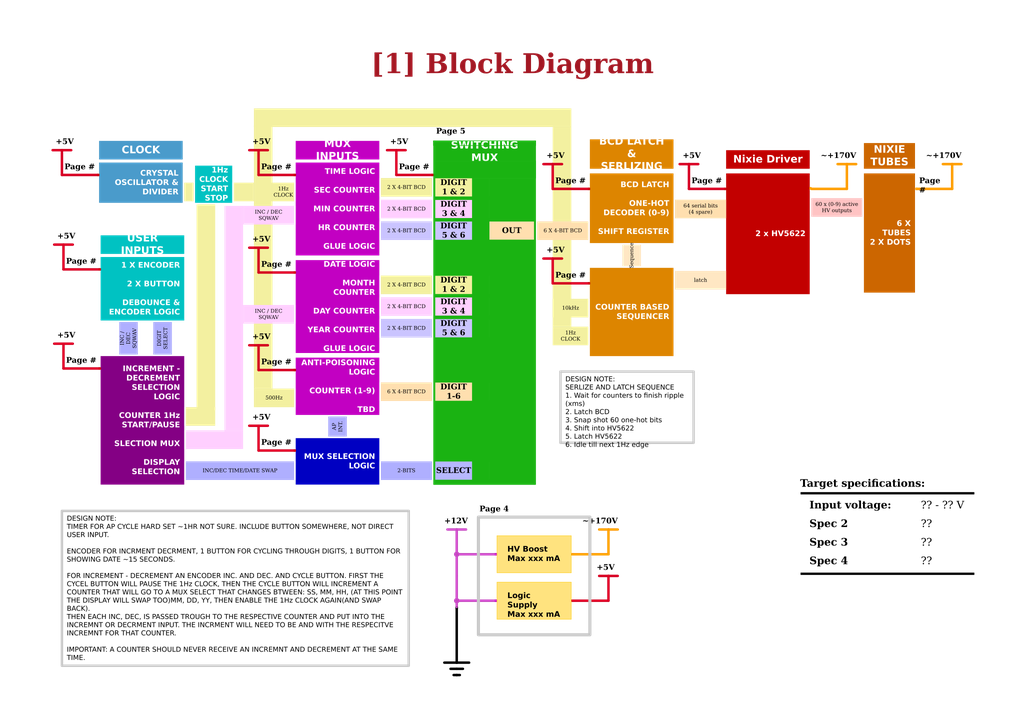
<source format=kicad_sch>
(kicad_sch
	(version 20250114)
	(generator "eeschema")
	(generator_version "9.0")
	(uuid "d4440dba-022e-49b2-97f2-6fc1871c7304")
	(paper "A3")
	(title_block
		(title "Block Diagram")
		(date "2025-01-12")
		(rev "${REVISION}")
		(company "${COMPANY}")
	)
	(lib_symbols)
	(rectangle
		(start 241.3 77.089)
		(end 241.935 77.851)
		(stroke
			(width 0.25)
			(type solid)
			(color 194 0 0 1)
		)
		(fill
			(type color)
			(color 194 0 0 1)
		)
		(uuid 06a90da7-9a86-4843-9c8a-d187caf814ab)
	)
	(rectangle
		(start 234.442 226.949)
		(end 235.077 227.711)
		(stroke
			(width 0.25)
			(type solid)
			(color 255 153 0 1)
		)
		(fill
			(type color)
			(color 255 153 0 1)
		)
		(uuid 12a8f300-c059-4689-9da2-e775c9b7b222)
	)
	(rectangle
		(start 200.66 98.425)
		(end 219.075 197.485)
		(stroke
			(width 0)
			(type default)
			(color 26 179 18 1)
		)
		(fill
			(type color)
			(color 26 179 18 1)
		)
		(uuid 184d4c8d-69e2-411d-8aa5-786395eeddab)
	)
	(rectangle
		(start 177.8 57.785)
		(end 219.71 59.69)
		(stroke
			(width 0.254)
			(type default)
			(color 26 179 18 1)
		)
		(fill
			(type color)
			(color 26 179 18 1)
		)
		(uuid 1c38ab9f-78ac-4525-a905-692b68e0d7be)
	)
	(rectangle
		(start 40.64 110.109)
		(end 41.275 110.871)
		(stroke
			(width 0.25)
			(type solid)
			(color 194 0 0 1)
		)
		(fill
			(type color)
			(color 194 0 0 1)
		)
		(uuid 1ce6bc3d-6cf6-426b-aac5-6f63634d0420)
	)
	(rectangle
		(start 332.105 76.835)
		(end 332.74 77.597)
		(stroke
			(width 0.25)
			(type solid)
			(color 255 153 0 1)
		)
		(fill
			(type color)
			(color 255 153 0 1)
		)
		(uuid 273dad30-1f13-4382-9856-ea5127a4a64b)
	)
	(rectangle
		(start 178.435 98.425)
		(end 219.075 113.03)
		(stroke
			(width 0)
			(type default)
			(color 26 179 18 1)
		)
		(fill
			(type color)
			(color 26 179 18 1)
		)
		(uuid 33939e83-1742-40c8-b78d-5af3b914ab31)
	)
	(rectangle
		(start 219.075 57.785)
		(end 219.71 198.755)
		(stroke
			(width 0)
			(type default)
			(color 26 179 18 1)
		)
		(fill
			(type color)
			(color 26 179 18 1)
		)
		(uuid 43ad7506-e0d7-49b6-972c-517451df1dd9)
	)
	(rectangle
		(start 375.539 77.089)
		(end 376.174 77.851)
		(stroke
			(width 0.25)
			(type solid)
			(color 255 153 0 1)
		)
		(fill
			(type color)
			(color 255 153 0 1)
		)
		(uuid 49525ec1-2318-41c7-a6bd-e2903afe6d39)
	)
	(rectangle
		(start 203.073 226.949)
		(end 203.708 227.711)
		(stroke
			(width 0.25)
			(type solid)
			(color 194 0 194 1)
		)
		(fill
			(type color)
			(color 194 0 194 1)
		)
		(uuid 4c6cb9bc-6ebc-49a3-893d-9406d03eb74b)
	)
	(rectangle
		(start 178.435 164.465)
		(end 219.075 189.23)
		(stroke
			(width 0)
			(type default)
			(color 26 179 18 1)
		)
		(fill
			(type color)
			(color 26 179 18 1)
		)
		(uuid 5b8a041f-77a3-4fa3-8060-556bb091b3c3)
	)
	(rectangle
		(start 178.435 196.85)
		(end 219.075 198.755)
		(stroke
			(width 0)
			(type default)
			(color 26 179 18 1)
		)
		(fill
			(type color)
			(color 26 179 18 1)
		)
		(uuid 613cfa31-f8f2-441b-9b9a-3fe99c745884)
	)
	(rectangle
		(start 120.65 151.384)
		(end 121.285 152.146)
		(stroke
			(width 0.25)
			(type solid)
			(color 194 0 0 1)
		)
		(fill
			(type color)
			(color 194 0 0 1)
		)
		(uuid 68b86a88-9a2a-4b84-96e0-774369b298d9)
	)
	(rectangle
		(start 241.3 115.824)
		(end 241.935 116.586)
		(stroke
			(width 0.25)
			(type solid)
			(color 194 0 0 1)
		)
		(fill
			(type color)
			(color 194 0 0 1)
		)
		(uuid 69dc4566-730b-4a9b-a2a7-5343808baa86)
	)
	(rectangle
		(start 203.835 238.76)
		(end 234.315 254)
		(stroke
			(width 0)
			(type default)
			(color 255 200 0 0.5019607843)
		)
		(fill
			(type color)
			(color 255 200 0 0.5019607843)
		)
		(uuid 6d27083e-baf9-459e-b0dc-430395e74362)
	)
	(rectangle
		(start 40.005 71.374)
		(end 40.64 72.136)
		(stroke
			(width 0.25)
			(type solid)
			(color 194 0 0 1)
		)
		(fill
			(type color)
			(color 194 0 0 1)
		)
		(uuid 70402685-b75b-4b36-9a72-62f7d7d97bb6)
	)
	(rectangle
		(start 178.435 89.535)
		(end 219.075 90.805)
		(stroke
			(width 0)
			(type default)
			(color 26 179 18 1)
		)
		(fill
			(type color)
			(color 26 179 18 1)
		)
		(uuid 74c5f5ac-510e-4c99-8e0e-ca2d145a7687)
	)
	(rectangle
		(start 193.675 73.025)
		(end 200.66 197.485)
		(stroke
			(width 0)
			(type default)
			(color 26 179 18 1)
		)
		(fill
			(type color)
			(color 26 179 18 1)
		)
		(uuid 79f3f361-d24a-482c-aac4-fcbedc64941e)
	)
	(rectangle
		(start 178.435 129.54)
		(end 219.075 130.81)
		(stroke
			(width 0)
			(type default)
			(color 26 179 18 1)
		)
		(fill
			(type color)
			(color 26 179 18 1)
		)
		(uuid 805cb107-c99d-4c0b-abe8-aaa26bb57a4d)
	)
	(rectangle
		(start 196.215 212.09)
		(end 241.935 260.35)
		(stroke
			(width 1.27)
			(type default)
			(color 200 200 200 1)
		)
		(fill
			(type none)
		)
		(uuid 897139e0-9c3f-4923-b42e-05cc6d59978b)
	)
	(rectangle
		(start 186.817 248.92)
		(end 187.833 249.682)
		(stroke
			(width 0.001)
			(type default)
			(color 0 0 0 1)
		)
		(fill
			(type color)
			(color 0 0 0 1)
		)
		(uuid 8fb245d6-696e-46a9-aee0-fc71b1bd2811)
	)
	(rectangle
		(start 203.073 245.999)
		(end 203.708 246.761)
		(stroke
			(width 0.25)
			(type solid)
			(color 194 0 194 1)
		)
		(fill
			(type color)
			(color 194 0 194 1)
		)
		(uuid 926c14cd-51d6-4183-83aa-3acd3f364634)
	)
	(rectangle
		(start 120.65 184.404)
		(end 121.285 185.166)
		(stroke
			(width 0.25)
			(type solid)
			(color 194 0 0 1)
		)
		(fill
			(type color)
			(color 194 0 0 1)
		)
		(uuid 9571b2b1-a94e-4c30-b2fb-2e631e61c941)
	)
	(rectangle
		(start 328.422 234.95)
		(end 399.542 235.712)
		(stroke
			(width 0)
			(type default)
			(color 0 0 0 1)
		)
		(fill
			(type color)
			(color 0 0 0 1)
		)
		(uuid 96358351-64fb-49b9-98d4-c975a586b1c3)
	)
	(rectangle
		(start 178.435 120.65)
		(end 219.075 121.92)
		(stroke
			(width 0)
			(type default)
			(color 26 179 18 1)
		)
		(fill
			(type color)
			(color 26 179 18 1)
		)
		(uuid 9f003ee0-d678-41c9-8943-8984c9b88122)
	)
	(rectangle
		(start 178.435 138.43)
		(end 219.075 156.845)
		(stroke
			(width 0)
			(type default)
			(color 26 179 18 1)
		)
		(fill
			(type color)
			(color 26 179 18 1)
		)
		(uuid a0829d77-6f0d-4b5f-a234-3cb3747f5655)
	)
	(rectangle
		(start 234.442 245.999)
		(end 235.077 246.761)
		(stroke
			(width 0.25)
			(type default)
			(color 212 0 32 1)
		)
		(fill
			(type color)
			(color 212 0 32 1)
		)
		(uuid b511ed02-73dc-4aca-8856-32e3a0e7b2bd)
	)
	(rectangle
		(start 120.65 111.379)
		(end 121.285 112.141)
		(stroke
			(width 0.25)
			(type solid)
			(color 194 0 0 1)
		)
		(fill
			(type color)
			(color 194 0 0 1)
		)
		(uuid b9f2e5ef-b700-4338-83f0-642e7313af39)
	)
	(circle
		(center 187.325 246.38)
		(radius 1.016)
		(stroke
			(width 0)
			(type default)
			(color 198 71 194 1)
		)
		(fill
			(type color)
			(color 198 71 194 1)
		)
		(uuid c30887ce-e8b0-4e61-8035-f856b5a10339)
	)
	(rectangle
		(start 177.165 71.374)
		(end 177.8 72.136)
		(stroke
			(width 0.25)
			(type solid)
			(color 194 0 0 1)
		)
		(fill
			(type color)
			(color 194 0 0 1)
		)
		(uuid c3d03417-beac-4428-b6b7-1b67ab2f4d98)
	)
	(rectangle
		(start 328.422 201.93)
		(end 399.542 202.692)
		(stroke
			(width 0)
			(type default)
			(color 0 0 0 1)
		)
		(fill
			(type color)
			(color 0 0 0 1)
		)
		(uuid ca4906af-4562-456f-b79d-f6f2c9056c36)
	)
	(rectangle
		(start 203.835 219.71)
		(end 234.315 234.95)
		(stroke
			(width 0)
			(type default)
			(color 255 200 0 0.5019607843)
		)
		(fill
			(type color)
			(color 255 200 0 0.5019607843)
		)
		(uuid d13c4f55-d46a-439a-a208-cbdf66d39a09)
	)
	(rectangle
		(start 178.435 80.645)
		(end 219.075 81.915)
		(stroke
			(width 0)
			(type default)
			(color 26 179 18 1)
		)
		(fill
			(type color)
			(color 26 179 18 1)
		)
		(uuid d638a22e-ba23-482a-bc2c-e646a4f2119d)
	)
	(rectangle
		(start 177.8 57.785)
		(end 178.435 198.755)
		(stroke
			(width 0)
			(type default)
			(color 26 179 18 1)
		)
		(fill
			(type color)
			(color 26 179 18 1)
		)
		(uuid dc9ef58a-3544-4871-98b7-f59b2deb6c2b)
	)
	(rectangle
		(start 200.66 73.025)
		(end 219.075 89.535)
		(stroke
			(width 0)
			(type default)
			(color 26 179 18 1)
		)
		(fill
			(type color)
			(color 26 179 18 1)
		)
		(uuid e30c19e9-67d6-4732-9ed7-5e02fda8622b)
	)
	(arc
		(start 213.995 93.98)
		(mid 213.995 93.98)
		(end 213.995 93.98)
		(stroke
			(width 0)
			(type default)
		)
		(fill
			(type none)
		)
		(uuid e91c3dd4-8c48-4760-b3e6-fb8a0aaf30fa)
	)
	(rectangle
		(start 297.18 77.089)
		(end 297.815 77.851)
		(stroke
			(width 0.25)
			(type solid)
			(color 194 0 0 1)
		)
		(fill
			(type color)
			(color 194 0 0 1)
		)
		(uuid eb924bb9-d4a1-48f0-8e8b-19adc91e1f01)
	)
	(rectangle
		(start 40.64 150.749)
		(end 41.275 151.511)
		(stroke
			(width 0.25)
			(type solid)
			(color 194 0 0 1)
		)
		(fill
			(type color)
			(color 194 0 0 1)
		)
		(uuid ee55956f-df07-4989-97b3-e4f66feb2c91)
	)
	(rectangle
		(start 120.65 71.374)
		(end 121.285 72.136)
		(stroke
			(width 0.25)
			(type solid)
			(color 194 0 0 1)
		)
		(fill
			(type color)
			(color 194 0 0 1)
		)
		(uuid f29c5093-d601-4cf9-930c-aa7a1d80ce89)
	)
	(rectangle
		(start 178.435 66.04)
		(end 219.71 73.025)
		(stroke
			(width 0)
			(type default)
			(color 26 179 18 1)
		)
		(fill
			(type color)
			(color 26 179 18 1)
		)
		(uuid f6ac3050-3d82-4a34-858d-91b5402f431f)
	)
	(circle
		(center 187.325 227.33)
		(radius 1.016)
		(stroke
			(width 0)
			(type default)
			(color 198 71 194 1)
		)
		(fill
			(type color)
			(color 198 71 194 1)
		)
		(uuid fb962045-e3ad-427d-8e13-7189ce103507)
	)
	(text "+5V"
		(exclude_from_sim no)
		(at 224.155 66.04 0)
		(effects
			(font
				(face "Times New Roman")
				(size 2.286 2.286)
				(thickness 0.4572)
				(bold yes)
				(color 0 0 0 1)
			)
			(justify left bottom)
		)
		(uuid "03be31ff-671c-4c54-aa03-c272c3efeba5")
	)
	(text "+12V"
		(exclude_from_sim no)
		(at 182.245 215.9 0)
		(effects
			(font
				(face "Times New Roman")
				(size 2.286 2.286)
				(thickness 0.4572)
				(bold yes)
				(color 0 0 0 1)
			)
			(justify left bottom)
		)
		(uuid "101bf075-2779-4382-8921-8033e4839d29")
	)
	(text "+5V"
		(exclude_from_sim no)
		(at 160.02 60.325 0)
		(effects
			(font
				(face "Times New Roman")
				(size 2.286 2.286)
				(thickness 0.4572)
				(bold yes)
				(color 0 0 0 1)
			)
			(justify left bottom)
		)
		(uuid "2631e908-d10c-4a1d-969a-d48925ae92a2")
	)
	(text "+5V"
		(exclude_from_sim no)
		(at 103.505 60.325 0)
		(effects
			(font
				(face "Times New Roman")
				(size 2.286 2.286)
				(thickness 0.4572)
				(bold yes)
				(color 0 0 0 1)
			)
			(justify left bottom)
		)
		(uuid "39341b2a-1021-4196-8cb1-5d1afed5b85e")
	)
	(text "+5V"
		(exclude_from_sim no)
		(at 280.035 66.04 0)
		(effects
			(font
				(face "Times New Roman")
				(size 2.286 2.286)
				(thickness 0.4572)
				(bold yes)
				(color 0 0 0 1)
			)
			(justify left bottom)
		)
		(uuid "48c5ec7f-e7eb-442c-8af0-a6cb155673c2")
	)
	(text "DESIGN CONSIDERATIONS"
		(exclude_from_sim no)
		(at 24.13 -48.26 0)
		(effects
			(font
				(face "Arial")
				(size 5 5)
				(bold yes)
				(color 53 60 207 1)
			)
			(justify left bottom)
		)
		(uuid "664f50ee-7027-4085-a7e7-a85f0dd7b2b1")
	)
	(text "+5V"
		(exclude_from_sim no)
		(at 23.495 139.7 0)
		(effects
			(font
				(face "Times New Roman")
				(size 2.286 2.286)
				(thickness 0.4572)
				(bold yes)
				(color 0 0 0 1)
			)
			(justify left bottom)
		)
		(uuid "813e630d-1036-4f10-b271-6f7c6828939e")
	)
	(text "+5V"
		(exclude_from_sim no)
		(at 103.505 173.355 0)
		(effects
			(font
				(face "Times New Roman")
				(size 2.286 2.286)
				(thickness 0.4572)
				(bold yes)
				(color 0 0 0 1)
			)
			(justify left bottom)
		)
		(uuid "864633b2-deac-4360-afb5-1dc232b78016")
	)
	(text "+5V"
		(exclude_from_sim no)
		(at 23.495 99.06 0)
		(effects
			(font
				(face "Times New Roman")
				(size 2.286 2.286)
				(thickness 0.4572)
				(bold yes)
				(color 0 0 0 1)
			)
			(justify left bottom)
		)
		(uuid "89127412-fe4a-42e4-bab3-c545ee7b32c4")
	)
	(text "~+170V"
		(exclude_from_sim no)
		(at 394.335 66.04 0)
		(effects
			(font
				(face "Times New Roman")
				(size 2.286 2.286)
				(thickness 0.4572)
				(bold yes)
				(color 0 0 0 1)
			)
			(justify right bottom)
		)
		(uuid "925b4591-d0fa-40db-8e64-787015f67f1c")
	)
	(text "+5V"
		(exclude_from_sim no)
		(at 252.095 234.95 0)
		(effects
			(font
				(face "Times New Roman")
				(size 2.286 2.286)
				(thickness 0.4572)
				(bold yes)
				(color 0 0 0 1)
			)
			(justify right bottom)
		)
		(uuid "ad6e3829-3684-4af1-9a28-ced841b0c880")
	)
	(text "+5V"
		(exclude_from_sim no)
		(at 22.86 60.325 0)
		(effects
			(font
				(face "Times New Roman")
				(size 2.286 2.286)
				(thickness 0.4572)
				(bold yes)
				(color 0 0 0 1)
			)
			(justify left bottom)
		)
		(uuid "c97acf93-22ac-44f7-a785-c33eecbc5677")
	)
	(text "+5V"
		(exclude_from_sim no)
		(at 103.505 140.335 0)
		(effects
			(font
				(face "Times New Roman")
				(size 2.286 2.286)
				(thickness 0.4572)
				(bold yes)
				(color 0 0 0 1)
			)
			(justify left bottom)
		)
		(uuid "c9a4eaa4-0a86-45c2-9ad2-92484d5dc68c")
	)
	(text "+5V"
		(exclude_from_sim no)
		(at 103.505 100.33 0)
		(effects
			(font
				(face "Times New Roman")
				(size 2.286 2.286)
				(thickness 0.4572)
				(bold yes)
				(color 0 0 0 1)
			)
			(justify left bottom)
		)
		(uuid "da08e3b8-0ff9-4bc6-9292-2aab6ca4a80b")
	)
	(text "~+170V"
		(exclude_from_sim no)
		(at 351.155 66.04 0)
		(effects
			(font
				(face "Times New Roman")
				(size 2.286 2.286)
				(thickness 0.4572)
				(bold yes)
				(color 0 0 0 1)
			)
			(justify right bottom)
		)
		(uuid "eccb7405-8924-48c7-84a7-84602260a3b9")
	)
	(text "+5V"
		(exclude_from_sim no)
		(at 224.155 104.775 0)
		(effects
			(font
				(face "Times New Roman")
				(size 2.286 2.286)
				(thickness 0.4572)
				(bold yes)
				(color 0 0 0 1)
			)
			(justify left bottom)
		)
		(uuid "f5ed18c5-07cc-42a1-9140-04347d94a35e")
	)
	(text "~+170V"
		(exclude_from_sim no)
		(at 253.365 215.9 0)
		(effects
			(font
				(face "Times New Roman")
				(size 2.286 2.286)
				(thickness 0.4572)
				(bold yes)
				(color 0 0 0 1)
			)
			(justify right bottom)
		)
		(uuid "f6a5ad4b-42cb-4635-94fa-d83f0234055d")
	)
	(text_box "INC / DEC SQWAV"
		(exclude_from_sim no)
		(at 99.695 125.095 0)
		(size 20.955 7.62)
		(margins 1.7144 1.7144 1.7144 1.7144)
		(stroke
			(width -0.0001)
			(type solid)
		)
		(fill
			(type color)
			(color 255 207 255 1)
		)
		(effects
			(font
				(face "Times New Roman")
				(size 1.524 1.524)
				(italic yes)
				(color 0 0 0 1)
			)
		)
		(uuid "045403cb-4c2d-4046-b1ad-59f319475518")
	)
	(text_box ""
		(exclude_from_sim no)
		(at 104.14 44.45 0)
		(size 130.175 7.62)
		(margins 1.7144 1.7144 1.7144 1.7144)
		(stroke
			(width -0.0001)
			(type solid)
		)
		(fill
			(type color)
			(color 243 240 160 1)
		)
		(effects
			(font
				(face "Times New Roman")
				(size 1.524 1.524)
				(italic yes)
				(color 0 0 0 1)
			)
		)
		(uuid "053416e3-af94-4a7f-b7e9-b12bd7f3d421")
	)
	(text_box "2 X 4-BIT BCD"
		(exclude_from_sim no)
		(at 156.21 113.03 0)
		(size 20.955 7.62)
		(margins 1.7144 1.7144 1.7144 1.7144)
		(stroke
			(width -0.0001)
			(type solid)
		)
		(fill
			(type color)
			(color 243 240 160 1)
		)
		(effects
			(font
				(face "Times New Roman")
				(size 1.524 1.524)
				(italic yes)
				(color 0 0 0 1)
			)
		)
		(uuid "064e8611-ea3b-43d8-8f85-3cbc28d3277f")
	)
	(text_box ""
		(exclude_from_sim no)
		(at 226.695 52.07 90)
		(size 7.62 38.735)
		(margins 1.7144 1.7144 1.7144 1.7144)
		(stroke
			(width -0.0001)
			(type solid)
		)
		(fill
			(type color)
			(color 243 240 160 1)
		)
		(effects
			(font
				(face "Times New Roman")
				(size 1.524 1.524)
				(italic yes)
				(color 0 0 0 1)
			)
		)
		(uuid "06ff789c-cc36-47d9-ae9d-1b855176a623")
	)
	(text_box "2 x HV5622"
		(exclude_from_sim no)
		(at 297.815 71.12 0)
		(size 34.29 49.53)
		(margins 1.7144 1.7144 1.7144 1.7144)
		(stroke
			(width -0.0001)
			(type solid)
		)
		(fill
			(type color)
			(color 194 0 0 1)
		)
		(effects
			(font
				(face "Arial")
				(size 2.286 2.286)
				(bold yes)
				(color 255 255 255 1)
			)
			(justify right)
		)
		(uuid "075e9859-4258-4e2f-9401-17a638ee67f7")
	)
	(text_box "10kHz"
		(exclude_from_sim no)
		(at 226.695 122.555 0)
		(size 14.605 7.62)
		(margins 1.7144 1.7144 1.7144 1.7144)
		(stroke
			(width -0.0001)
			(type solid)
		)
		(fill
			(type color)
			(color 243 240 160 1)
		)
		(effects
			(font
				(face "Times New Roman")
				(size 1.524 1.524)
				(italic yes)
				(color 0 0 0 1)
			)
		)
		(uuid "07602909-744f-4055-990b-5ad515bd2bab")
	)
	(text_box "BCD LATCH & SERLIZING "
		(exclude_from_sim no)
		(at 241.935 57.15 0)
		(size 34.29 12.065)
		(margins 2.2859 2.2859 2.2859 2.2859)
		(stroke
			(width -0.0001)
			(type solid)
		)
		(fill
			(type color)
			(color 221 133 0 1)
		)
		(effects
			(font
				(face "Arial")
				(size 3.048 3.048)
				(bold yes)
				(color 255 255 255 1)
			)
		)
		(uuid "08792924-1597-48a7-a535-4ea702d4e92a")
	)
	(text_box "DESIGN NOTE:\nExample text for informational design notes."
		(exclude_from_sim no)
		(at 24.13 -45.085 0)
		(size 30.48 20.32)
		(margins 2 2 2 2)
		(stroke
			(width 1)
			(type solid)
			(color 200 200 200 1)
		)
		(fill
			(type none)
		)
		(effects
			(font
				(face "Arial")
				(size 2 2)
				(color 0 0 0 1)
			)
			(justify left top)
		)
		(uuid "093dfa21-71e6-46dd-9a96-20d2a444c1cf")
	)
	(text_box "Spec 4"
		(exclude_from_sim no)
		(at 329.692 226.06 0)
		(size 44.45 7.62)
		(margins 2.2859 2.2859 2.2859 2.2859)
		(stroke
			(width -0.0001)
			(type default)
		)
		(fill
			(type none)
		)
		(effects
			(font
				(face "Times New Roman")
				(size 3.048 3.048)
				(thickness 0.4572)
				(bold yes)
				(color 0 0 0 1)
			)
			(justify left top)
		)
		(uuid "0b8fa12d-be48-46d8-a337-f14f24e9a703")
	)
	(text_box "DESIGN NOTE:\nTIMER FOR AP CYCLE HARD SET ~1HR NOT SURE. INCLUDE BUTTON SOMEWHERE, NOT DIRECT USER INPUT.\n\nENCODER FOR INCRMENT DECRMENT, 1 BUTTON FOR CYCLING THROUGH DIGITS, 1 BUTTON FOR SHOWING DATE ~15 SECONDS.\n\nFOR INCREMENT - DECREMENT AN ENCODER INC. AND DEC. AND CYCLE BUTTON. FIRST THE CYCEL BUTTON WILL PAUSE THE 1Hz CLOCK, THEN THE CYCLE BUTTON WILL INCREMENT A COUNTER THAT WILL GO TO A MUX SELECT THAT CHANGES BTWEEN: SS, MM, HH, (AT THIS POINT THE DISPLAY WILL SWAP TOO)MM, DD, YY, THEN ENABLE THE 1Hz CLOCK AGAIN(AND SWAP BACK).\nTHEN EACH INC, DEC, IS PASSED TROUGH TO THE RESPECTIVE COUNTER AND PUT INTO THE INCREMNT OR DECRMENT INPUT. THE INCRMENT WILL NEED TO BE AND WITH THE RESPECITVE INCREMNT FOR THAT COUNTER.\n\nIMPORTANT: A COUNTER SHOULD NEVER RECEIVE AN INCREMNT AND DECREMENT AT THE SAME TIME. "
		(exclude_from_sim no)
		(at 25.4 209.55 0)
		(size 142.24 63.5)
		(margins 2 2 2 2)
		(stroke
			(width 1)
			(type solid)
			(color 200 200 200 1)
		)
		(fill
			(type none)
		)
		(effects
			(font
				(face "Arial")
				(size 2 2)
				(color 0 0 0 1)
			)
			(justify left top)
		)
		(uuid "0d69c6a1-bc4d-45b4-b52e-70a9645d5bcb")
	)
	(text_box ""
		(exclude_from_sim no)
		(at 75.565 74.93 0)
		(size 3.81 7.62)
		(margins 1.7144 1.7144 1.7144 1.7144)
		(stroke
			(width -0.0001)
			(type solid)
		)
		(fill
			(type color)
			(color 243 240 160 1)
		)
		(effects
			(font
				(face "Times New Roman")
				(size 1.524 1.524)
				(italic yes)
				(color 0 0 0 1)
			)
		)
		(uuid "0e5f91dd-acae-4d5d-90f5-0fe2d3de6dba")
	)
	(text_box "INC / DEC SQWAV"
		(exclude_from_sim no)
		(at 99.695 84.455 0)
		(size 20.955 7.62)
		(margins 1.7144 1.7144 1.7144 1.7144)
		(stroke
			(width -0.0001)
			(type solid)
		)
		(fill
			(type color)
			(color 255 207 255 1)
		)
		(effects
			(font
				(face "Times New Roman")
				(size 1.524 1.524)
				(italic yes)
				(color 0 0 0 1)
			)
		)
		(uuid "0fcced44-5150-48a4-b3b1-654aafc2906f")
	)
	(text_box "1Hz CLOCK"
		(exclude_from_sim no)
		(at 226.695 133.985 0)
		(size 14.605 7.62)
		(margins 1.7144 1.7144 1.7144 1.7144)
		(stroke
			(width -0.0001)
			(type solid)
		)
		(fill
			(type color)
			(color 243 240 160 1)
		)
		(effects
			(font
				(face "Times New Roman")
				(size 1.524 1.524)
				(italic yes)
				(color 0 0 0 1)
			)
		)
		(uuid "111ba726-a3f1-4cd9-9d0f-7f1b940468c2")
	)
	(text_box "Page #"
		(exclude_from_sim no)
		(at 23.495 104.14 0)
		(size 17.78 5.08)
		(margins 1.7144 1.7144 1.7144 1.7144)
		(stroke
			(width -0.0001)
			(type default)
		)
		(fill
			(type none)
		)
		(effects
			(font
				(face "Times New Roman")
				(size 2.286 2.286)
				(thickness 0.4572)
				(bold yes)
				(color 0 0 0 1)
			)
			(justify right top)
		)
		(uuid "15642135-ee5d-4fbb-9a86-3d4a03d1441e")
	)
	(text_box "?? - ?? V"
		(exclude_from_sim no)
		(at 375.412 203.2 0)
		(size 24.13 7.62)
		(margins 2.2859 2.2859 2.2859 2.2859)
		(stroke
			(width -0.0001)
			(type default)
		)
		(fill
			(type none)
		)
		(effects
			(font
				(face "Times New Roman")
				(size 3.048 3.048)
				(color 0 0 0 1)
			)
			(justify left top)
		)
		(uuid "15dd005a-2a1f-436c-a9b8-4953c7e00daf")
	)
	(text_box ""
		(exclude_from_sim no)
		(at 76.2 176.53 0)
		(size 23.495 7.62)
		(margins 1.7144 1.7144 1.7144 1.7144)
		(stroke
			(width -0.0001)
			(type solid)
		)
		(fill
			(type color)
			(color 255 207 255 1)
		)
		(effects
			(font
				(face "Times New Roman")
				(size 1.524 1.524)
				(italic yes)
				(color 0 0 0 1)
			)
		)
		(uuid "18581628-f5e1-45c5-bbcd-bf22fcf10867")
	)
	(text_box "6 X 4-BIT BCD"
		(exclude_from_sim no)
		(at 220.345 90.805 0)
		(size 20.955 7.62)
		(margins 1.7144 1.7144 1.7144 1.7144)
		(stroke
			(width -0.0001)
			(type solid)
		)
		(fill
			(type color)
			(color 255 223 175 1)
		)
		(effects
			(font
				(face "Times New Roman")
				(size 1.524 1.524)
				(italic yes)
				(color 0 0 0 1)
			)
		)
		(uuid "1954c1ec-e6a2-4fa2-99ce-f30f25a00f26")
	)
	(text_box "64 serial bits \n(4 spare)"
		(exclude_from_sim no)
		(at 276.86 81.915 0)
		(size 20.955 7.62)
		(margins 1.7144 1.7144 1.7144 1.7144)
		(stroke
			(width -0.0001)
			(type solid)
		)
		(fill
			(type color)
			(color 255 223 175 1)
		)
		(effects
			(font
				(face "Times New Roman")
				(size 1.524 1.524)
				(italic yes)
				(color 0 0 0 1)
			)
		)
		(uuid "19c7ea31-19bb-4ccd-bedc-916a936ac1c5")
	)
	(text_box "HV Boost\nMax xxx mA"
		(exclude_from_sim no)
		(at 206.375 222.25 0)
		(size 25.4 10.16)
		(margins 1.7144 1.7144 1.7144 1.7144)
		(stroke
			(width -0.0001)
			(type solid)
		)
		(fill
			(type none)
		)
		(effects
			(font
				(face "Arial")
				(size 2.286 2.286)
				(thickness 0.254)
				(bold yes)
				(color 0 0 0 1)
			)
			(justify left top)
		)
		(uuid "2663f24d-cd9a-4dae-a281-16b6b61253ad")
	)
	(text_box "??"
		(exclude_from_sim no)
		(at 375.412 226.06 0)
		(size 24.13 7.62)
		(margins 2.2859 2.2859 2.2859 2.2859)
		(stroke
			(width -0.0001)
			(type default)
		)
		(fill
			(type none)
		)
		(effects
			(font
				(face "Times New Roman")
				(size 3.048 3.048)
				(color 0 0 0 1)
			)
			(justify left top)
		)
		(uuid "286ce998-255c-48c3-a453-7c9a43b4377f")
	)
	(text_box "Page #"
		(exclude_from_sim no)
		(at 224.155 71.12 0)
		(size 17.78 5.08)
		(margins 1.7144 1.7144 1.7144 1.7144)
		(stroke
			(width -0.0001)
			(type default)
		)
		(fill
			(type none)
		)
		(effects
			(font
				(face "Times New Roman")
				(size 2.286 2.286)
				(thickness 0.4572)
				(bold yes)
				(color 0 0 0 1)
			)
			(justify right top)
		)
		(uuid "294be89d-c241-408d-ac82-18df9f162c65")
	)
	(text_box ""
		(exclude_from_sim no)
		(at 95.885 74.93 0)
		(size 8.255 7.62)
		(margins 1.7144 1.7144 1.7144 1.7144)
		(stroke
			(width -0.0001)
			(type solid)
		)
		(fill
			(type color)
			(color 243 240 160 1)
		)
		(effects
			(font
				(face "Times New Roman")
				(size 1.524 1.524)
				(italic yes)
				(color 0 0 0 1)
			)
		)
		(uuid "2c8b58ef-ec08-4243-9dbc-0bddb44aba9b")
	)
	(text_box "DESIGN NOTE:\nExample text for debug notes."
		(exclude_from_sim no)
		(at 59.055 -45.085 0)
		(size 30.48 20.32)
		(margins 2 2 2 2)
		(stroke
			(width 1)
			(type solid)
			(color 255 165 0 1)
		)
		(fill
			(type none)
		)
		(effects
			(font
				(face "Arial")
				(size 2 2)
				(color 0 0 0 1)
			)
			(justify left top)
		)
		(uuid "2e573953-8588-471e-9f05-2baa9b304590")
	)
	(text_box "SWITCHING MUX"
		(exclude_from_sim no)
		(at 178.435 58.42 0)
		(size 40.64 7.62)
		(margins 2.2859 2.2859 2.2859 2.2859)
		(stroke
			(width -0.0001)
			(type solid)
		)
		(fill
			(type color)
			(color 26 179 18 1)
		)
		(effects
			(font
				(face "Arial")
				(size 3.048 3.048)
				(bold yes)
				(color 255 255 255 1)
			)
		)
		(uuid "303e44ee-abec-47f8-8dea-369c5a3e7105")
	)
	(text_box "INC / DEC SQWAV"
		(exclude_from_sim no)
		(at 48.895 132.08 90)
		(size 7.62 13.335)
		(margins 1.1429 1.1429 1.1429 1.1429)
		(stroke
			(width -0.0001)
			(type solid)
		)
		(fill
			(type color)
			(color 175 175 255 1)
		)
		(effects
			(font
				(face "Times New Roman")
				(size 1.524 1.524)
				(italic yes)
				(color 0 0 0 1)
			)
		)
		(uuid "32d98b12-4562-4d59-94f7-bfba37f2e1c6")
	)
	(text_box "BCD LATCH\n\nONE-HOT DECODER (0-9)\n\nSHIFT REGISTER"
		(exclude_from_sim no)
		(at 241.935 71.12 0)
		(size 34.29 28.575)
		(margins 1.7144 1.7144 1.7144 1.7144)
		(stroke
			(width -0.0001)
			(type solid)
		)
		(fill
			(type color)
			(color 221 133 0 1)
		)
		(effects
			(font
				(face "Arial")
				(size 2.286 2.286)
				(bold yes)
				(color 255 255 255 1)
			)
			(justify right)
		)
		(uuid "3876e24b-eb64-40f0-82f4-8ed551a76338")
	)
	(text_box "CRYSTAL OSCILLATOR & DIVIDER"
		(exclude_from_sim no)
		(at 40.64 66.675 0)
		(size 34.29 16.51)
		(margins 1.7144 1.7144 1.7144 1.7144)
		(stroke
			(width -0.0001)
			(type solid)
		)
		(fill
			(type color)
			(color 74 155 203 1)
		)
		(effects
			(font
				(face "Arial")
				(size 2.286 2.286)
				(bold yes)
				(color 255 255 255 1)
			)
			(justify right)
		)
		(uuid "3910b3f6-1cc5-449c-afe1-9650f7f39464")
	)
	(text_box "60 x (0-9) active HV outputs"
		(exclude_from_sim no)
		(at 332.74 81.28 0)
		(size 20.955 7.62)
		(margins 1.1429 1.1429 1.1429 1.1429)
		(stroke
			(width -0.0001)
			(type solid)
		)
		(fill
			(type color)
			(color 255 195 195 1)
		)
		(effects
			(font
				(face "Times New Roman")
				(size 1.524 1.524)
				(italic yes)
				(color 0 0 0 1)
			)
		)
		(uuid "3a94088b-fb0e-4e61-ac4e-4b2822eb3025")
	)
	(text_box "Page #"
		(exclude_from_sim no)
		(at 160.02 65.405 0)
		(size 17.78 5.08)
		(margins 1.7144 1.7144 1.7144 1.7144)
		(stroke
			(width -0.0001)
			(type default)
		)
		(fill
			(type none)
		)
		(effects
			(font
				(face "Times New Roman")
				(size 2.286 2.286)
				(thickness 0.4572)
				(bold yes)
				(color 0 0 0 1)
			)
			(justify right top)
		)
		(uuid "3c68f312-2030-4024-b5b8-0d4cb9acf72a")
	)
	(text_box "MUX INPUTS"
		(exclude_from_sim no)
		(at 121.285 57.785 0)
		(size 34.29 7.62)
		(margins 2.2859 2.2859 2.2859 2.2859)
		(stroke
			(width -0.0001)
			(type solid)
		)
		(fill
			(type color)
			(color 194 0 194 1)
		)
		(effects
			(font
				(face "Arial")
				(size 3.048 3.048)
				(bold yes)
				(color 255 255 255 1)
			)
		)
		(uuid "3e87b546-b6dc-4fa4-9348-4f1c2934ca37")
	)
	(text_box "Page #"
		(exclude_from_sim no)
		(at 22.86 65.405 0)
		(size 17.78 5.08)
		(margins 1.7144 1.7144 1.7144 1.7144)
		(stroke
			(width -0.0001)
			(type default)
		)
		(fill
			(type none)
		)
		(effects
			(font
				(face "Times New Roman")
				(size 2.286 2.286)
				(thickness 0.4572)
				(bold yes)
				(color 0 0 0 1)
			)
			(justify right top)
		)
		(uuid "437beeb4-8fab-4629-8a22-68c4be7a2c41")
	)
	(text_box ""
		(exclude_from_sim no)
		(at 104.14 132.715 90)
		(size 7.62 26.67)
		(margins 1.7144 1.7144 1.7144 1.7144)
		(stroke
			(width -0.0001)
			(type solid)
		)
		(fill
			(type color)
			(color 243 240 160 1)
		)
		(effects
			(font
				(face "Times New Roman")
				(size 1.524 1.524)
				(italic yes)
				(color 0 0 0 1)
			)
		)
		(uuid "450d164f-20cb-411f-ad98-7b1c88cb7647")
	)
	(text_box "DIGIT 5 & 6"
		(exclude_from_sim no)
		(at 178.435 130.81 0)
		(size 15.24 7.62)
		(margins 1.7144 1.7144 1.7144 1.7144)
		(stroke
			(width -0.0001)
			(type solid)
		)
		(fill
			(type color)
			(color 202 196 255 1)
		)
		(effects
			(font
				(face "Times New Roman")
				(size 2.286 2.286)
				(bold yes)
				(color 0 0 0 1)
			)
		)
		(uuid "455b529d-2342-41b7-ba50-14f31273f6c0")
	)
	(text_box "Page #"
		(exclude_from_sim no)
		(at 280.035 71.12 0)
		(size 17.78 5.08)
		(margins 1.7144 1.7144 1.7144 1.7144)
		(stroke
			(width -0.0001)
			(type default)
		)
		(fill
			(type none)
		)
		(effects
			(font
				(face "Times New Roman")
				(size 2.286 2.286)
				(thickness 0.4572)
				(bold yes)
				(color 0 0 0 1)
			)
			(justify right top)
		)
		(uuid "506c17c2-9ed0-4dd5-871a-fbc99df35ab8")
	)
	(text_box "INCREMENT - DECREMENT SELECTION LOGIC\n\nCOUNTER 1Hz START/PAUSE\n\nSLECTION MUX\n\nDISPLAY SELECTION"
		(exclude_from_sim no)
		(at 41.275 146.05 0)
		(size 34.29 52.705)
		(margins 1.7144 1.7144 1.7144 1.7144)
		(stroke
			(width -0.0001)
			(type solid)
		)
		(fill
			(type color)
			(color 132 0 132 1)
		)
		(effects
			(font
				(face "Arial")
				(size 2.286 2.286)
				(bold yes)
				(color 255 255 255 1)
			)
			(justify right)
		)
		(uuid "599c80f1-5ad2-4faf-9f31-2f0ee29b2c26")
	)
	(text_box "Page #"
		(exclude_from_sim no)
		(at 103.505 145.415 0)
		(size 17.78 5.08)
		(margins 1.7144 1.7144 1.7144 1.7144)
		(stroke
			(width -0.0001)
			(type default)
		)
		(fill
			(type none)
		)
		(effects
			(font
				(face "Times New Roman")
				(size 2.286 2.286)
				(thickness 0.4572)
				(bold yes)
				(color 0 0 0 1)
			)
			(justify right top)
		)
		(uuid "5b1d78d2-13b4-4123-9d5c-f13da0f08025")
	)
	(text_box "Sequence"
		(exclude_from_sim no)
		(at 255.27 100.33 90)
		(size 7.62 8.89)
		(margins 1.1429 1.1429 1.1429 1.1429)
		(stroke
			(width -0.0001)
			(type solid)
		)
		(fill
			(type color)
			(color 255 231 195 1)
		)
		(effects
			(font
				(face "Times New Roman")
				(size 1.524 1.524)
				(italic yes)
				(color 0 0 0 1)
			)
		)
		(uuid "5f4a2d80-9818-43e5-9ca8-d8665fb36805")
	)
	(text_box "Page #"
		(exclude_from_sim no)
		(at 103.505 105.41 0)
		(size 17.78 5.08)
		(margins 1.7144 1.7144 1.7144 1.7144)
		(stroke
			(width -0.0001)
			(type default)
		)
		(fill
			(type none)
		)
		(effects
			(font
				(face "Times New Roman")
				(size 2.286 2.286)
				(thickness 0.4572)
				(bold yes)
				(color 0 0 0 1)
			)
			(justify right top)
		)
		(uuid "64846197-25b0-465e-a2cb-6bd6b049e04d")
	)
	(text_box "INC/DEC TIME/DATE SWAP"
		(exclude_from_sim no)
		(at 76.2 189.23 0)
		(size 44.45 7.62)
		(margins 1.1429 1.1429 1.1429 1.1429)
		(stroke
			(width -0.0001)
			(type solid)
		)
		(fill
			(type color)
			(color 175 175 255 1)
		)
		(effects
			(font
				(face "Times New Roman")
				(size 1.524 1.524)
				(italic yes)
				(color 0 0 0 1)
			)
		)
		(uuid "6521efeb-e66f-4cc2-be18-efa080bdf5df")
	)
	(text_box "LAYOUT NOTE:\nExample text for critical layout guidelines."
		(exclude_from_sim no)
		(at 163.83 -45.085 0)
		(size 30.48 20.32)
		(margins 2.25 2.25 2.25 2.25)
		(stroke
			(width 1.5)
			(type solid)
			(color 0 0 255 1)
		)
		(fill
			(type none)
		)
		(effects
			(font
				(face "Arial")
				(size 2 2)
				(thickness 0.4)
				(bold yes)
				(color 0 0 255 1)
			)
			(justify left top)
		)
		(uuid "6ac9a1f3-1f43-4462-8329-a7c0d058ebf8")
	)
	(text_box "2 X 4-BIT BCD"
		(exclude_from_sim no)
		(at 156.21 121.92 0)
		(size 20.955 7.62)
		(margins 1.7144 1.7144 1.7144 1.7144)
		(stroke
			(width -0.0001)
			(type solid)
		)
		(fill
			(type color)
			(color 255 207 255 1)
		)
		(effects
			(font
				(face "Times New Roman")
				(size 1.524 1.524)
				(italic yes)
				(color 0 0 0 1)
			)
		)
		(uuid "6b7cb7e0-9d3a-4899-b53a-ea45d2867bf8")
	)
	(text_box "Page #"
		(exclude_from_sim no)
		(at 103.505 65.405 0)
		(size 17.78 5.08)
		(margins 1.7144 1.7144 1.7144 1.7144)
		(stroke
			(width -0.0001)
			(type default)
		)
		(fill
			(type none)
		)
		(effects
			(font
				(face "Times New Roman")
				(size 2.286 2.286)
				(thickness 0.4572)
				(bold yes)
				(color 0 0 0 1)
			)
			(justify right top)
		)
		(uuid "6f4df2c0-b2b2-4d40-9a35-d9418bb2bb1d")
	)
	(text_box "COUNTER BASED SEQUENCER"
		(exclude_from_sim no)
		(at 241.935 109.855 0)
		(size 34.29 36.195)
		(margins 1.7144 1.7144 1.7144 1.7144)
		(stroke
			(width -0.0001)
			(type solid)
		)
		(fill
			(type color)
			(color 221 133 0 1)
		)
		(effects
			(font
				(face "Arial")
				(size 2.286 2.286)
				(bold yes)
				(color 255 255 255 1)
			)
			(justify right)
		)
		(uuid "7353f8db-da3f-407d-83ab-422559c4d15e")
	)
	(text_box "[${#}] ${TITLE}"
		(exclude_from_sim no)
		(at 144.78 20.32 0)
		(size 130.81 12.7)
		(margins 5.9999 5.9999 5.9999 5.9999)
		(stroke
			(width -0.0001)
			(type default)
		)
		(fill
			(type none)
		)
		(effects
			(font
				(face "Times New Roman")
				(size 8 8)
				(thickness 1.2)
				(bold yes)
				(color 162 22 34 1)
			)
		)
		(uuid "73b2b29c-2473-4e80-be0b-4f57c6856c3e")
	)
	(text_box "DESIGN NOTE:\nExample text for critical design notes."
		(exclude_from_sim no)
		(at 128.905 -45.085 0)
		(size 30.48 20.32)
		(margins 2.25 2.25 2.25 2.25)
		(stroke
			(width 1.5)
			(type solid)
			(color 255 0 0 1)
		)
		(fill
			(type none)
		)
		(effects
			(font
				(face "Arial")
				(size 2 2)
				(thickness 0.4)
				(bold yes)
				(color 255 0 0 1)
			)
			(justify left top)
		)
		(uuid "7536fb3b-a1e2-44bf-b390-dceba1285053")
	)
	(text_box "NIXIE TUBES"
		(exclude_from_sim no)
		(at 354.33 58.674 0)
		(size 20.955 10.541)
		(margins 2.2859 2.2859 2.2859 2.2859)
		(stroke
			(width -0.0001)
			(type solid)
		)
		(fill
			(type color)
			(color 204 102 0 1)
		)
		(effects
			(font
				(face "Arial")
				(size 3.048 3.048)
				(bold yes)
				(color 255 255 255 1)
			)
		)
		(uuid "75b59742-7d57-47f0-b471-3f02d952ed4b")
	)
	(text_box "??"
		(exclude_from_sim no)
		(at 375.412 210.82 0)
		(size 24.13 7.62)
		(margins 2.2859 2.2859 2.2859 2.2859)
		(stroke
			(width -0.0001)
			(type default)
		)
		(fill
			(type none)
		)
		(effects
			(font
				(face "Times New Roman")
				(size 3.048 3.048)
				(color 0 0 0 1)
			)
			(justify left top)
		)
		(uuid "79a60212-4382-435d-b74b-f889451ff3a1")
	)
	(text_box "Input voltage:"
		(exclude_from_sim no)
		(at 329.692 203.2 0)
		(size 41.91 7.62)
		(margins 2.2859 2.2859 2.2859 2.2859)
		(stroke
			(width -0.0001)
			(type default)
		)
		(fill
			(type none)
		)
		(effects
			(font
				(face "Times New Roman")
				(size 3.048 3.048)
				(thickness 0.4572)
				(bold yes)
				(color 0 0 0 1)
			)
			(justify left top)
		)
		(uuid "7a48ef1e-fc21-4f84-87ab-2b944a808bd0")
	)
	(text_box "CLOCK"
		(exclude_from_sim no)
		(at 40.64 57.785 0)
		(size 34.29 7.62)
		(margins 2.2859 2.2859 2.2859 2.2859)
		(stroke
			(width -0.0001)
			(type solid)
		)
		(fill
			(type color)
			(color 74 155 203 1)
		)
		(effects
			(font
				(face "Arial")
				(size 3.048 3.048)
				(bold yes)
				(color 255 255 255 1)
			)
		)
		(uuid "7a77dff7-2b2f-4cc0-b247-3708c3bf73e3")
	)
	(text_box ""
		(exclude_from_sim no)
		(at 76.2 167.005 0)
		(size 12.065 7.62)
		(margins 1.7144 1.7144 1.7144 1.7144)
		(stroke
			(width -0.0001)
			(type solid)
		)
		(fill
			(type color)
			(color 243 240 160 1)
		)
		(effects
			(font
				(face "Times New Roman")
				(size 1.524 1.524)
				(italic yes)
				(color 0 0 0 1)
			)
		)
		(uuid "7ebf760f-8082-41bb-8e21-b3c1c4c70788")
	)
	(text_box "DESIGN NOTE:\nExample text for cautionary design notes."
		(exclude_from_sim no)
		(at 93.98 -45.085 0)
		(size 30.48 20.32)
		(margins 2 2 2 2)
		(stroke
			(width 1)
			(type solid)
			(color 250 236 0 1)
		)
		(fill
			(type none)
		)
		(effects
			(font
				(face "Arial")
				(size 2 2)
				(color 0 0 0 1)
			)
			(justify left top)
		)
		(uuid "84e344d2-cbd1-4d83-bed0-f10e949015d3")
	)
	(text_box "USER INPUTS"
		(exclude_from_sim no)
		(at 41.275 96.52 0)
		(size 34.29 7.62)
		(margins 2.2859 2.2859 2.2859 2.2859)
		(stroke
			(width -0.0001)
			(type solid)
		)
		(fill
			(type color)
			(color 0 194 194 1)
		)
		(effects
			(font
				(face "Arial")
				(size 3.048 3.048)
				(bold yes)
				(color 255 255 255 1)
			)
		)
		(uuid "86adaf35-d906-4de9-908a-64a8d7118d6b")
	)
	(text_box "Page #"
		(exclude_from_sim no)
		(at 103.505 178.435 0)
		(size 17.78 5.08)
		(margins 1.7144 1.7144 1.7144 1.7144)
		(stroke
			(width -0.0001)
			(type default)
		)
		(fill
			(type none)
		)
		(effects
			(font
				(face "Times New Roman")
				(size 2.286 2.286)
				(thickness 0.4572)
				(bold yes)
				(color 0 0 0 1)
			)
			(justify right top)
		)
		(uuid "86c6ce11-6a66-4348-9388-bd72974b2b99")
	)
	(text_box "DATE LOGIC\n\nMONTH COUNTER\n\nDAY COUNTER\n\nYEAR COUNTER\n\nGLUE LOGIC"
		(exclude_from_sim no)
		(at 121.285 106.68 0)
		(size 34.29 38.1)
		(margins 1.7144 1.7144 1.7144 1.7144)
		(stroke
			(width -0.0001)
			(type solid)
		)
		(fill
			(type color)
			(color 194 0 194 1)
		)
		(effects
			(font
				(face "Arial")
				(size 2.286 2.286)
				(bold yes)
				(color 255 255 255 1)
			)
			(justify right)
		)
		(uuid "883e405a-4572-4760-8eb4-84fc8fada71b")
	)
	(text_box "DIGIT 5 & 6"
		(exclude_from_sim no)
		(at 178.435 90.805 0)
		(size 15.24 7.62)
		(margins 1.7144 1.7144 1.7144 1.7144)
		(stroke
			(width -0.0001)
			(type solid)
		)
		(fill
			(type color)
			(color 202 196 255 1)
		)
		(effects
			(font
				(face "Times New Roman")
				(size 2.286 2.286)
				(bold yes)
				(color 0 0 0 1)
			)
		)
		(uuid "88cc83e7-7bb4-4d6b-9595-b9e1bee5e04b")
	)
	(text_box "2 X 4-BIT BCD"
		(exclude_from_sim no)
		(at 156.21 130.81 0)
		(size 20.955 7.62)
		(margins 1.7144 1.7144 1.7144 1.7144)
		(stroke
			(width -0.0001)
			(type solid)
		)
		(fill
			(type color)
			(color 202 196 255 1)
		)
		(effects
			(font
				(face "Times New Roman")
				(size 1.524 1.524)
				(italic yes)
				(color 0 0 0 1)
			)
		)
		(uuid "8c0dbdb6-1bf6-4315-bed1-2284619901ea")
	)
	(text_box "6 X 4-BIT BCD"
		(exclude_from_sim no)
		(at 156.21 156.845 0)
		(size 20.955 7.62)
		(margins 1.7144 1.7144 1.7144 1.7144)
		(stroke
			(width -0.0001)
			(type solid)
		)
		(fill
			(type color)
			(color 255 223 175 1)
		)
		(effects
			(font
				(face "Times New Roman")
				(size 1.524 1.524)
				(italic yes)
				(color 0 0 0 1)
			)
		)
		(uuid "90c91df8-b488-49ca-84cb-d8c1a01cea6f")
	)
	(text_box "Target specifications:"
		(exclude_from_sim no)
		(at 325.882 194.31 0)
		(size 73.66 7.62)
		(margins 2.2859 2.2859 2.2859 2.2859)
		(stroke
			(width -0.0001)
			(type default)
		)
		(fill
			(type none)
		)
		(effects
			(font
				(face "Times New Roman")
				(size 3.048 3.048)
				(thickness 0.4572)
				(bold yes)
				(color 0 0 0 1)
			)
			(justify left top)
		)
		(uuid "92d1b8db-5c65-4f81-bd38-95477ba2f196")
	)
	(text_box "500Hz"
		(exclude_from_sim no)
		(at 104.14 159.385 0)
		(size 16.51 7.62)
		(margins 1.7144 1.7144 1.7144 1.7144)
		(stroke
			(width -0.0001)
			(type solid)
		)
		(fill
			(type color)
			(color 243 240 160 1)
		)
		(effects
			(font
				(face "Times New Roman")
				(size 1.524 1.524)
				(italic yes)
				(color 0 0 0 1)
			)
		)
		(uuid "92d5f947-f77b-44c6-a843-023f2ce04ffb")
	)
	(text_box "DIGIT 3 & 4"
		(exclude_from_sim no)
		(at 178.435 81.915 0)
		(size 15.24 7.62)
		(margins 1.7144 1.7144 1.7144 1.7144)
		(stroke
			(width -0.0001)
			(type solid)
		)
		(fill
			(type color)
			(color 255 207 255 1)
		)
		(effects
			(font
				(face "Times New Roman")
				(size 2.286 2.286)
				(bold yes)
				(color 0 0 0 1)
			)
		)
		(uuid "99de4852-1e6a-43c2-80a3-f90f994ca547")
	)
	(text_box "Page #"
		(exclude_from_sim no)
		(at 224.155 109.855 0)
		(size 17.78 5.08)
		(margins 1.7144 1.7144 1.7144 1.7144)
		(stroke
			(width -0.0001)
			(type default)
		)
		(fill
			(type none)
		)
		(effects
			(font
				(face "Times New Roman")
				(size 2.286 2.286)
				(thickness 0.4572)
				(bold yes)
				(color 0 0 0 1)
			)
			(justify right top)
		)
		(uuid "a07d1b42-76dc-4ee4-933f-bdce6768136e")
	)
	(text_box "6 X TUBES\n2 X DOTS"
		(exclude_from_sim no)
		(at 354.33 71.12 0)
		(size 20.955 48.895)
		(margins 1.7144 1.7144 1.7144 1.7144)
		(stroke
			(width -0.0001)
			(type solid)
		)
		(fill
			(type color)
			(color 204 102 0 1)
		)
		(effects
			(font
				(face "Arial")
				(size 2.286 2.286)
				(bold yes)
				(color 255 255 255 1)
			)
			(justify right)
		)
		(uuid "a0c9981a-9386-42e1-a931-a35dd511fcdb")
	)
	(text_box ""
		(exclude_from_sim no)
		(at 104.14 51.435 90)
		(size 7.62 33.02)
		(margins 1.7144 1.7144 1.7144 1.7144)
		(stroke
			(width -0.0001)
			(type solid)
		)
		(fill
			(type color)
			(color 243 240 160 1)
		)
		(effects
			(font
				(face "Times New Roman")
				(size 1.524 1.524)
				(italic yes)
				(color 0 0 0 1)
			)
		)
		(uuid "a10af7d1-4278-4f87-9655-c4b63b576de7")
	)
	(text_box ""
		(exclude_from_sim no)
		(at 226.695 98.425 90)
		(size 7.62 35.56)
		(margins 1.7144 1.7144 1.7144 1.7144)
		(stroke
			(width -0.0001)
			(type solid)
		)
		(fill
			(type color)
			(color 243 240 160 1)
		)
		(effects
			(font
				(face "Times New Roman")
				(size 1.524 1.524)
				(italic yes)
				(color 0 0 0 1)
			)
		)
		(uuid "a2e5d423-d7ad-466b-b927-db835240e6a9")
	)
	(text_box "DIGIT 1-6"
		(exclude_from_sim no)
		(at 178.435 156.845 0)
		(size 15.24 7.62)
		(margins 1.7144 1.7144 1.7144 1.7144)
		(stroke
			(width -0.0001)
			(type solid)
		)
		(fill
			(type color)
			(color 255 223 175 1)
		)
		(effects
			(font
				(face "Times New Roman")
				(size 2.286 2.286)
				(bold yes)
				(color 0 0 0 1)
			)
		)
		(uuid "a8cbca1f-5890-4348-9c6e-906daf7bcb3b")
	)
	(text_box "Spec 3"
		(exclude_from_sim no)
		(at 329.692 218.44 0)
		(size 41.91 7.62)
		(margins 2.2859 2.2859 2.2859 2.2859)
		(stroke
			(width -0.0001)
			(type default)
		)
		(fill
			(type none)
		)
		(effects
			(font
				(face "Times New Roman")
				(size 3.048 3.048)
				(thickness 0.4572)
				(bold yes)
				(color 0 0 0 1)
			)
			(justify left top)
		)
		(uuid "a94bbe48-2b5a-4095-ae3e-6304ba06e582")
	)
	(text_box "??"
		(exclude_from_sim no)
		(at 375.412 218.44 0)
		(size 24.13 7.62)
		(margins 2.2859 2.2859 2.2859 2.2859)
		(stroke
			(width -0.0001)
			(type default)
		)
		(fill
			(type none)
		)
		(effects
			(font
				(face "Times New Roman")
				(size 3.048 3.048)
				(color 0 0 0 1)
			)
			(justify left top)
		)
		(uuid "a9743942-0f35-4d97-920c-63913a3a8cf5")
	)
	(text_box "Spec 2"
		(exclude_from_sim no)
		(at 329.692 210.82 0)
		(size 43.18 7.62)
		(margins 2.2859 2.2859 2.2859 2.2859)
		(stroke
			(width -0.0001)
			(type default)
		)
		(fill
			(type none)
		)
		(effects
			(font
				(face "Times New Roman")
				(size 3.048 3.048)
				(thickness 0.4572)
				(bold yes)
				(color 0 0 0 1)
			)
			(justify left top)
		)
		(uuid "acb13397-22c2-4daa-8b50-96cfdf3951b7")
	)
	(text_box "2 X 4-BIT BCD"
		(exclude_from_sim no)
		(at 156.21 90.805 0)
		(size 20.955 7.62)
		(margins 1.7144 1.7144 1.7144 1.7144)
		(stroke
			(width -0.0001)
			(type solid)
		)
		(fill
			(type color)
			(color 202 196 255 1)
		)
		(effects
			(font
				(face "Times New Roman")
				(size 1.524 1.524)
				(italic yes)
				(color 0 0 0 1)
			)
		)
		(uuid "af8ccecd-3cac-4bbf-80fb-59284e647408")
	)
	(text_box "DIGIT SELECT"
		(exclude_from_sim no)
		(at 62.865 132.08 90)
		(size 7.62 13.335)
		(margins 1.1429 1.1429 1.1429 1.1429)
		(stroke
			(width -0.0001)
			(type solid)
		)
		(fill
			(type color)
			(color 175 175 255 1)
		)
		(effects
			(font
				(face "Times New Roman")
				(size 1.524 1.524)
				(italic yes)
				(color 0 0 0 1)
			)
		)
		(uuid "b1346c47-1f60-4324-b774-b708d6194132")
	)
	(text_box "Page #"
		(exclude_from_sim no)
		(at 375.285 71.12 0)
		(size 14.605 5.08)
		(margins 1.7144 1.7144 1.7144 1.7144)
		(stroke
			(width -0.0001)
			(type solid)
		)
		(fill
			(type none)
		)
		(effects
			(font
				(face "Times New Roman")
				(size 2.286 2.286)
				(thickness 0.4572)
				(bold yes)
				(color 0 0 0 1)
			)
			(justify left top)
		)
		(uuid "b24aaa29-d5ec-4831-bfc4-b10506b374dc")
	)
	(text_box "2 X 4-BIT BCD"
		(exclude_from_sim no)
		(at 156.21 73.025 0)
		(size 20.955 7.62)
		(margins 1.7144 1.7144 1.7144 1.7144)
		(stroke
			(width -0.0001)
			(type solid)
		)
		(fill
			(type color)
			(color 243 240 160 1)
		)
		(effects
			(font
				(face "Times New Roman")
				(size 1.524 1.524)
				(italic yes)
				(color 0 0 0 1)
			)
		)
		(uuid "b37ca328-11f5-429e-b9dc-08229a7382eb")
	)
	(text_box "SELECT"
		(exclude_from_sim no)
		(at 178.435 189.23 0)
		(size 15.24 7.62)
		(margins 1.7144 1.7144 1.7144 1.7144)
		(stroke
			(width -0.0001)
			(type solid)
		)
		(fill
			(type color)
			(color 175 175 255 0.9)
		)
		(effects
			(font
				(face "Times New Roman")
				(size 2.286 2.286)
				(bold yes)
				(color 0 0 0 1)
			)
		)
		(uuid "b65dcc37-3f95-4feb-84cf-eaf75c3407dd")
	)
	(text_box "DIGIT 1 & 2"
		(exclude_from_sim no)
		(at 178.435 73.025 0)
		(size 15.24 7.62)
		(margins 1.7144 1.7144 1.7144 1.7144)
		(stroke
			(width -0.0001)
			(type solid)
		)
		(fill
			(type color)
			(color 243 240 160 1)
		)
		(effects
			(font
				(face "Times New Roman")
				(size 2.286 2.286)
				(bold yes)
				(color 0 0 0 1)
			)
		)
		(uuid "b718a613-50e2-4e59-ad8f-81f389012f74")
	)
	(text_box "AP INT."
		(exclude_from_sim no)
		(at 134.62 170.815 90)
		(size 7.62 8.255)
		(margins 1.1429 1.1429 1.1429 1.1429)
		(stroke
			(width -0.0001)
			(type solid)
		)
		(fill
			(type color)
			(color 175 175 255 1)
		)
		(effects
			(font
				(face "Times New Roman")
				(size 1.524 1.524)
				(italic yes)
				(color 0 0 0 1)
			)
		)
		(uuid "bb7f27f2-983c-4f97-8558-e2ba4bf844c4")
	)
	(text_box "Nixie Driver"
		(exclude_from_sim no)
		(at 297.815 61.595 0)
		(size 34.29 7.62)
		(margins 2.2859 2.2859 2.2859 2.2859)
		(stroke
			(width -0.0001)
			(type solid)
		)
		(fill
			(type color)
			(color 194 0 0 1)
		)
		(effects
			(font
				(face "Arial")
				(size 3.048 3.048)
				(bold yes)
				(color 255 255 255 1)
			)
		)
		(uuid "bdfee48f-f867-4503-8ad6-e831a000c2c7")
	)
	(text_box "Logic Supply\nMax xxx mA"
		(exclude_from_sim no)
		(at 206.375 241.3 0)
		(size 25.4 10.16)
		(margins 1.7144 1.7144 1.7144 1.7144)
		(stroke
			(width -0.0001)
			(type solid)
		)
		(fill
			(type none)
		)
		(effects
			(font
				(face "Arial")
				(size 2.286 2.286)
				(thickness 0.254)
				(bold yes)
				(color 0 0 0 1)
			)
			(justify left top)
		)
		(uuid "c57b2792-b5b6-4248-8bcf-18760935fbf0")
	)
	(text_box "TIME LOGIC\n\nSEC COUNTER\n\nMIN COUNTER\n\nHR COUNTER\n\nGLUE LOGIC"
		(exclude_from_sim no)
		(at 121.285 66.675 0)
		(size 34.29 38.1)
		(margins 1.7144 1.7144 1.7144 1.7144)
		(stroke
			(width -0.0001)
			(type solid)
		)
		(fill
			(type color)
			(color 194 0 194 1)
		)
		(effects
			(font
				(face "Arial")
				(size 2.286 2.286)
				(bold yes)
				(color 255 255 255 1)
			)
			(justify right)
		)
		(uuid "c918c09a-3d87-4b8f-bee1-b1570c767683")
	)
	(text_box "1 X ENCODER\n\n2 X BUTTON\n\nDEBOUNCE & ENCODER LOGIC"
		(exclude_from_sim no)
		(at 41.275 105.41 0)
		(size 34.29 26.035)
		(margins 1.7144 1.7144 1.7144 1.7144)
		(stroke
			(width -0.0001)
			(type solid)
		)
		(fill
			(type color)
			(color 0 194 194 1)
		)
		(effects
			(font
				(face "Arial")
				(size 2.286 2.286)
				(bold yes)
				(color 255 255 255 1)
			)
			(justify right)
		)
		(uuid "cb3ca99d-e4cc-4f45-b459-0ceefc52bd28")
	)
	(text_box ""
		(exclude_from_sim no)
		(at 104.14 92.075 90)
		(size 7.62 33.02)
		(margins 1.7144 1.7144 1.7144 1.7144)
		(stroke
			(width -0.0001)
			(type solid)
		)
		(fill
			(type color)
			(color 243 240 160 1)
		)
		(effects
			(font
				(face "Times New Roman")
				(size 1.524 1.524)
				(italic yes)
				(color 0 0 0 1)
			)
		)
		(uuid "cff9e433-b17e-416e-accf-1ba662518f14")
	)
	(text_box "Page #"
		(exclude_from_sim no)
		(at 23.495 144.78 0)
		(size 17.78 5.08)
		(margins 1.7144 1.7144 1.7144 1.7144)
		(stroke
			(width -0.0001)
			(type default)
		)
		(fill
			(type none)
		)
		(effects
			(font
				(face "Times New Roman")
				(size 2.286 2.286)
				(thickness 0.4572)
				(bold yes)
				(color 0 0 0 1)
			)
			(justify right top)
		)
		(uuid "d478c9d6-66df-49a2-85c8-cf2a9462a936")
	)
	(text_box "Page 4"
		(exclude_from_sim no)
		(at 194.945 205.74 0)
		(size 26.67 5.08)
		(margins 1.7144 1.7144 1.7144 1.7144)
		(stroke
			(width -0.0001)
			(type solid)
		)
		(fill
			(type none)
		)
		(effects
			(font
				(face "Times New Roman")
				(size 2.286 2.286)
				(thickness 0.4572)
				(bold yes)
				(color 0 0 0 1)
			)
			(justify left top)
			(href "#4")
		)
		(uuid "d9eed77b-8391-48bf-a073-8dcaf7ecaa31")
	)
	(text_box "MUX SELECTION LOGIC\n\n"
		(exclude_from_sim no)
		(at 121.285 179.705 0)
		(size 34.29 19.05)
		(margins 1.7144 1.7144 1.7144 1.7144)
		(stroke
			(width -0.0001)
			(type solid)
		)
		(fill
			(type color)
			(color 0 0 194 1)
		)
		(effects
			(font
				(face "Arial")
				(size 2.286 2.286)
				(bold yes)
				(color 255 255 255 1)
			)
			(justify right)
		)
		(uuid "dd3606d0-259e-4a91-aff5-9f61c424473e")
	)
	(text_box "1Hz CLOCK START STOP"
		(exclude_from_sim no)
		(at 80.01 67.945 0)
		(size 15.24 15.24)
		(margins 1.7144 1.7144 1.7144 1.7144)
		(stroke
			(width -0.0001)
			(type solid)
		)
		(fill
			(type color)
			(color 0 194 194 1)
		)
		(effects
			(font
				(face "Arial")
				(size 2.286 2.286)
				(bold yes)
				(color 255 255 255 1)
			)
			(justify right)
		)
		(uuid "e23b89cf-725f-4a6c-9b91-a7c643dbfc67")
	)
	(text_box "DESIGN NOTE:\nSERLIZE AND LATCH SEQUENCE\n1. Wait for counters to finish ripple (xms)\n2. Latch BCD\n3. Snap shot 60 one-hot bits\n4. Shift into HV5622\n5. Latch HV5622\n6. Idle till next 1Hz edge"
		(exclude_from_sim no)
		(at 229.87 152.4 0)
		(size 54.61 29.21)
		(margins 2 2 2 2)
		(stroke
			(width 1)
			(type solid)
			(color 200 200 200 1)
		)
		(fill
			(type none)
		)
		(effects
			(font
				(face "Arial")
				(size 2 2)
				(color 0 0 0 1)
			)
			(justify left top)
		)
		(uuid "e2f77abb-593b-492b-b9b1-c73122e3f7d4")
	)
	(text_box "ANTI-POISONING LOGIC\n\nCOUNTER (1-9)\n\nTBD"
		(exclude_from_sim no)
		(at 121.285 146.685 0)
		(size 34.29 23.495)
		(margins 1.7144 1.7144 1.7144 1.7144)
		(stroke
			(width -0.0001)
			(type solid)
		)
		(fill
			(type color)
			(color 194 0 194 1)
		)
		(effects
			(font
				(face "Arial")
				(size 2.286 2.286)
				(bold yes)
				(color 255 255 255 1)
			)
			(justify right)
		)
		(uuid "e4bbd5b1-dfd7-4fbd-a3c7-f2c5e5bfa234")
	)
	(text_box "2 X 4-BIT BCD"
		(exclude_from_sim no)
		(at 156.21 81.915 0)
		(size 20.955 7.62)
		(margins 1.7144 1.7144 1.7144 1.7144)
		(stroke
			(width -0.0001)
			(type solid)
		)
		(fill
			(type color)
			(color 255 207 255 1)
		)
		(effects
			(font
				(face "Times New Roman")
				(size 1.524 1.524)
				(italic yes)
				(color 0 0 0 1)
			)
		)
		(uuid "ebfe5900-7f13-4ac0-8cea-2c51e401379f")
	)
	(text_box "Page 5"
		(exclude_from_sim no)
		(at 177.165 50.8 0)
		(size 24.765 5.08)
		(margins 1.7144 1.7144 1.7144 1.7144)
		(stroke
			(width -0.0001)
			(type default)
		)
		(fill
			(type none)
		)
		(effects
			(font
				(face "Times New Roman")
				(size 2.286 2.286)
				(thickness 0.4572)
				(bold yes)
				(color 0 0 0 1)
			)
			(justify left top)
			(href "#5")
		)
		(uuid "f4bd87c5-f2bc-4cb7-a254-f36834bb4744")
	)
	(text_box "2-BITS"
		(exclude_from_sim no)
		(at 156.21 189.23 0)
		(size 20.955 7.62)
		(margins 1.7144 1.7144 1.7144 1.7144)
		(stroke
			(width -0.0001)
			(type solid)
		)
		(fill
			(type color)
			(color 175 175 255 1)
		)
		(effects
			(font
				(face "Times New Roman")
				(size 1.524 1.524)
				(italic yes)
				(color 0 0 0 1)
			)
		)
		(uuid "f71e1c9a-f13b-4796-b14c-b9f101971638")
	)
	(text_box "latch"
		(exclude_from_sim no)
		(at 276.86 111.125 0)
		(size 20.955 7.62)
		(margins 1.1429 1.1429 1.1429 1.1429)
		(stroke
			(width -0.0001)
			(type solid)
		)
		(fill
			(type color)
			(color 255 231 195 1)
		)
		(effects
			(font
				(face "Times New Roman")
				(size 1.524 1.524)
				(italic yes)
				(color 0 0 0 1)
			)
		)
		(uuid "f7f92d82-5520-4199-b08a-6f821b4e310b")
	)
	(text_box ""
		(exclude_from_sim no)
		(at 92.075 84.455 90)
		(size 7.62 92.075)
		(margins 1.7144 1.7144 1.7144 1.7144)
		(stroke
			(width -0.0001)
			(type solid)
		)
		(fill
			(type color)
			(color 255 207 255 1)
		)
		(effects
			(font
				(face "Times New Roman")
				(size 1.524 1.524)
				(italic yes)
				(color 0 0 0 1)
			)
		)
		(uuid "f86b1578-e6a2-4338-bde8-0c596d366eef")
	)
	(text_box "DIGIT 3 & 4"
		(exclude_from_sim no)
		(at 178.435 121.92 0)
		(size 15.24 7.62)
		(margins 1.7144 1.7144 1.7144 1.7144)
		(stroke
			(width -0.0001)
			(type solid)
		)
		(fill
			(type color)
			(color 255 207 255 1)
		)
		(effects
			(font
				(face "Times New Roman")
				(size 2.286 2.286)
				(bold yes)
				(color 0 0 0 1)
			)
		)
		(uuid "f87064f4-5cf2-491e-bbdb-8ad7b0ae685c")
	)
	(text_box "OUT"
		(exclude_from_sim no)
		(at 200.66 90.805 0)
		(size 18.415 7.62)
		(margins 1.7144 1.7144 1.7144 1.7144)
		(stroke
			(width -0.0001)
			(type solid)
		)
		(fill
			(type color)
			(color 255 223 175 1)
		)
		(effects
			(font
				(face "Times New Roman")
				(size 2.286 2.286)
				(bold yes)
				(color 0 0 0 1)
			)
		)
		(uuid "f887b629-57a6-4b2e-9afd-fc83bb6df9fa")
	)
	(text_box "DIGIT 1 & 2"
		(exclude_from_sim no)
		(at 178.435 113.03 0)
		(size 15.24 7.62)
		(margins 1.7144 1.7144 1.7144 1.7144)
		(stroke
			(width -0.0001)
			(type solid)
		)
		(fill
			(type color)
			(color 243 240 160 1)
		)
		(effects
			(font
				(face "Times New Roman")
				(size 2.286 2.286)
				(bold yes)
				(color 0 0 0 1)
			)
		)
		(uuid "f96deef1-eed7-4c90-a2cc-90749f6621f3")
	)
	(text_box ""
		(exclude_from_sim no)
		(at 80.645 83.82 90)
		(size 7.62 84.455)
		(margins 1.7144 1.7144 1.7144 1.7144)
		(stroke
			(width -0.0001)
			(type solid)
		)
		(fill
			(type color)
			(color 243 240 160 1)
		)
		(effects
			(font
				(face "Times New Roman")
				(size 1.524 1.524)
				(italic yes)
				(color 0 0 0 1)
			)
		)
		(uuid "fa652334-9c9a-4b4e-b919-697a2efb8799")
	)
	(text_box "1Hz CLOCK"
		(exclude_from_sim no)
		(at 111.76 74.93 0)
		(size 8.89 7.62)
		(margins 1.7144 1.7144 1.7144 1.7144)
		(stroke
			(width -0.0001)
			(type solid)
		)
		(fill
			(type color)
			(color 243 240 160 1)
		)
		(effects
			(font
				(face "Times New Roman")
				(size 1.524 1.524)
				(italic yes)
				(color 0 0 0 1)
			)
		)
		(uuid "fcb505c2-a1fe-47dd-8040-13fae2877765")
	)
	(polyline
		(pts
			(xy 203.327 246.38) (xy 187.325 246.38)
		)
		(stroke
			(width 1.016)
			(type default)
			(color 198 71 194 1)
		)
		(uuid "0078cbf7-9098-45ec-96f3-0b36f648924d")
	)
	(polyline
		(pts
			(xy 203.327 227.33) (xy 187.325 227.33)
		)
		(stroke
			(width 1.016)
			(type default)
			(color 198 71 194 1)
		)
		(uuid "08fc0cd0-29a2-41e6-a897-d7a6a489c1c7")
	)
	(polyline
		(pts
			(xy 26.035 100.33) (xy 29.845 100.33)
		)
		(stroke
			(width 1.016)
			(type default)
			(color 212 0 32 1)
		)
		(uuid "0d0431a7-4a8e-4489-b5a6-c9b49565f1ac")
	)
	(polyline
		(pts
			(xy 106.045 174.625) (xy 106.045 184.785)
		)
		(stroke
			(width 1.016)
			(type default)
			(color 212 0 32 1)
		)
		(uuid "11ec5cef-dbe1-483e-ab28-c210732fd402")
	)
	(polyline
		(pts
			(xy 102.235 61.595) (xy 106.045 61.595)
		)
		(stroke
			(width 1.016)
			(type default)
			(color 212 0 32 1)
		)
		(uuid "145a4767-da65-4b72-b931-c2e300c7743f")
	)
	(polyline
		(pts
			(xy 120.65 111.76) (xy 106.045 111.76)
		)
		(stroke
			(width 1.016)
			(type default)
			(color 212 0 32 1)
		)
		(uuid "14bb5fb0-963f-4bb7-8362-7567b18a64c2")
	)
	(polyline
		(pts
			(xy 188.595 276.86) (xy 187.325 276.86)
		)
		(stroke
			(width 1.016)
			(type default)
			(color 0 0 0 1)
		)
		(uuid "16292375-e090-4b0a-9979-2cc082e8c0cc")
	)
	(polyline
		(pts
			(xy 177.165 71.755) (xy 162.56 71.755)
		)
		(stroke
			(width 1.016)
			(type default)
			(color 212 0 32 1)
		)
		(uuid "18960294-af03-47d9-8b3d-3a01c7551000")
	)
	(polyline
		(pts
			(xy 162.56 61.595) (xy 162.56 71.755)
		)
		(stroke
			(width 1.016)
			(type default)
			(color 212 0 32 1)
		)
		(uuid "190d7071-f432-4240-9d75-6470512e560a")
	)
	(polyline
		(pts
			(xy 226.695 106.045) (xy 230.505 106.045)
		)
		(stroke
			(width 1.016)
			(type default)
			(color 212 0 32 1)
		)
		(uuid "226bcd5c-aa4a-4fdc-ac70-8a453821086d")
	)
	(polyline
		(pts
			(xy 249.555 236.22) (xy 249.555 246.38)
		)
		(stroke
			(width 1.016)
			(type default)
			(color 212 0 32 1)
		)
		(uuid "22ecdb21-cb6c-4fea-8215-9ca181dc7654")
	)
	(polyline
		(pts
			(xy 106.045 101.6) (xy 106.045 111.76)
		)
		(stroke
			(width 1.016)
			(type default)
			(color 212 0 32 1)
		)
		(uuid "23743c75-9726-4b68-9cc2-0243c1369134")
	)
	(polyline
		(pts
			(xy 332.74 77.47) (xy 347.345 77.47)
		)
		(stroke
			(width 1.016)
			(type solid)
			(color 255 153 0 1)
		)
		(uuid "2aca52f7-e9d9-411e-963e-cde9c43dc889")
	)
	(polyline
		(pts
			(xy 120.65 151.765) (xy 106.045 151.765)
		)
		(stroke
			(width 1.016)
			(type default)
			(color 212 0 32 1)
		)
		(uuid "2b221d5b-081b-4ce2-ab24-b73c7a0bbcf7")
	)
	(polyline
		(pts
			(xy 187.325 249.428) (xy 187.325 271.78)
		)
		(stroke
			(width 1.016)
			(type default)
			(color 0 0 0 1)
		)
		(uuid "2bd63e72-c2e0-4174-99b9-37b4608d1b51")
	)
	(polyline
		(pts
			(xy 40.005 71.755) (xy 25.4 71.755)
		)
		(stroke
			(width 1.016)
			(type default)
			(color 212 0 32 1)
		)
		(uuid "2cf3b688-8bb2-4faa-87c8-13510fc74f54")
	)
	(polyline
		(pts
			(xy 106.045 61.595) (xy 109.855 61.595)
		)
		(stroke
			(width 1.016)
			(type default)
			(color 212 0 32 1)
		)
		(uuid "2ddfb7ac-7f4e-48d4-9eff-05c11dfd6068")
	)
	(polyline
		(pts
			(xy 25.4 61.595) (xy 29.21 61.595)
		)
		(stroke
			(width 1.016)
			(type default)
			(color 212 0 32 1)
		)
		(uuid "36bb4d36-c80a-4d9b-9ace-7a4625276e97")
	)
	(polyline
		(pts
			(xy 278.765 67.31) (xy 282.575 67.31)
		)
		(stroke
			(width 1.016)
			(type default)
			(color 212 0 32 1)
		)
		(uuid "36bc5f54-4e8e-4f66-9192-0cc220f342d9")
	)
	(polyline
		(pts
			(xy 249.555 217.17) (xy 249.555 227.33)
		)
		(stroke
			(width 1.016)
			(type solid)
			(color 255 153 0 1)
		)
		(uuid "3868fb89-5692-47ab-8dc3-c1768a62c47d")
	)
	(polyline
		(pts
			(xy 222.885 106.045) (xy 226.695 106.045)
		)
		(stroke
			(width 1.016)
			(type default)
			(color 212 0 32 1)
		)
		(uuid "39e56c42-e7cd-428c-bdba-941d90f77a71")
	)
	(polyline
		(pts
			(xy 253.365 236.22) (xy 249.555 236.22)
		)
		(stroke
			(width 1.016)
			(type default)
			(color 212 0 32 1)
		)
		(uuid "3ad61ad5-2501-40ac-9bf7-e665e25219ef")
	)
	(polyline
		(pts
			(xy 297.18 77.47) (xy 282.575 77.47)
		)
		(stroke
			(width 1.016)
			(type default)
			(color 212 0 32 1)
		)
		(uuid "427a21bf-ac6d-4b96-8fd1-272199a830d8")
	)
	(polyline
		(pts
			(xy 162.56 61.595) (xy 166.37 61.595)
		)
		(stroke
			(width 1.016)
			(type default)
			(color 212 0 32 1)
		)
		(uuid "4581af29-a9af-45a3-bf59-400e6a266624")
	)
	(polyline
		(pts
			(xy 183.515 217.17) (xy 187.325 217.17)
		)
		(stroke
			(width 1.016)
			(type default)
			(color 198 71 194 1)
		)
		(uuid "46995de7-d2ae-43dc-828c-7a85c3a686f0")
	)
	(polyline
		(pts
			(xy 351.155 67.31) (xy 347.345 67.31)
		)
		(stroke
			(width 1.016)
			(type solid)
			(color 255 153 0 1)
		)
		(uuid "4d29a78f-b63a-496c-b79a-cc1725382b8e")
	)
	(polyline
		(pts
			(xy 106.045 61.595) (xy 106.045 71.755)
		)
		(stroke
			(width 1.016)
			(type default)
			(color 212 0 32 1)
		)
		(uuid "4efbed52-bca0-4938-86e4-d73e5744390a")
	)
	(polyline
		(pts
			(xy 21.59 61.595) (xy 25.4 61.595)
		)
		(stroke
			(width 1.016)
			(type default)
			(color 212 0 32 1)
		)
		(uuid "50ba37e1-aa1c-4fb7-b092-a304253c218a")
	)
	(polyline
		(pts
			(xy 120.65 184.785) (xy 106.045 184.785)
		)
		(stroke
			(width 1.016)
			(type default)
			(color 212 0 32 1)
		)
		(uuid "5814ad01-a0f8-4269-9c74-45aedf632f33")
	)
	(polyline
		(pts
			(xy 40.64 110.49) (xy 26.035 110.49)
		)
		(stroke
			(width 1.016)
			(type default)
			(color 212 0 32 1)
		)
		(uuid "5f939344-ea03-4f95-ac88-4c67b5672fc9")
	)
	(polyline
		(pts
			(xy 187.325 227.33) (xy 187.325 236.22)
		)
		(stroke
			(width 1.016)
			(type default)
			(color 198 71 194 1)
		)
		(uuid "643459a2-2a93-46f1-8503-aa865b67ae0a")
	)
	(polyline
		(pts
			(xy 241.3 77.47) (xy 226.695 77.47)
		)
		(stroke
			(width 1.016)
			(type default)
			(color 212 0 32 1)
		)
		(uuid "6a202300-d4ca-41c4-a0d7-46431d760b09")
	)
	(polyline
		(pts
			(xy 234.823 227.33) (xy 249.555 227.33)
		)
		(stroke
			(width 1.016)
			(type solid)
			(color 255 153 0 1)
		)
		(uuid "72e45290-1169-4f8d-8787-af61206287b7")
	)
	(polyline
		(pts
			(xy 187.325 274.32) (xy 184.785 274.32)
		)
		(stroke
			(width 1.016)
			(type default)
			(color 0 0 0 1)
		)
		(uuid "7423a2fa-a301-488a-ae90-a426fc1d0892")
	)
	(polyline
		(pts
			(xy 189.865 274.32) (xy 187.325 274.32)
		)
		(stroke
			(width 1.016)
			(type default)
			(color 0 0 0 1)
		)
		(uuid "76447def-e6fd-482e-8306-88604873856d")
	)
	(polyline
		(pts
			(xy 375.92 77.47) (xy 390.525 77.47)
		)
		(stroke
			(width 1.016)
			(type solid)
			(color 255 153 0 1)
		)
		(uuid "7acb11df-6db3-4d21-8555-8209fd5d7264")
	)
	(polyline
		(pts
			(xy 106.045 174.625) (xy 109.855 174.625)
		)
		(stroke
			(width 1.016)
			(type default)
			(color 212 0 32 1)
		)
		(uuid "7cd11ae0-e813-4dbc-9302-a02cc86792e6")
	)
	(polyline
		(pts
			(xy 26.035 140.97) (xy 29.845 140.97)
		)
		(stroke
			(width 1.016)
			(type default)
			(color 212 0 32 1)
		)
		(uuid "7ec6062b-4b6e-4adb-a94d-c0b1bbe1bfdf")
	)
	(polyline
		(pts
			(xy 390.525 67.31) (xy 386.715 67.31)
		)
		(stroke
			(width 1.016)
			(type solid)
			(color 255 153 0 1)
		)
		(uuid "81e5d7ca-1aae-4165-ab5c-19a1d7afe83e")
	)
	(polyline
		(pts
			(xy 40.64 151.13) (xy 26.035 151.13)
		)
		(stroke
			(width 1.016)
			(type default)
			(color 212 0 32 1)
		)
		(uuid "832bc752-e5ec-44b0-a300-a259f469dc75")
	)
	(polyline
		(pts
			(xy 22.225 100.33) (xy 26.035 100.33)
		)
		(stroke
			(width 1.016)
			(type default)
			(color 212 0 32 1)
		)
		(uuid "86371f5e-ea4c-4bc8-8323-84795ca9858a")
	)
	(polyline
		(pts
			(xy 241.3 116.205) (xy 226.695 116.205)
		)
		(stroke
			(width 1.016)
			(type default)
			(color 212 0 32 1)
		)
		(uuid "87b92659-1961-47fd-a7b1-bdce46dda867")
	)
	(polyline
		(pts
			(xy 187.325 217.17) (xy 187.325 227.33)
		)
		(stroke
			(width 1.016)
			(type default)
			(color 198 71 194 1)
		)
		(uuid "8cfd58b3-fea8-4a65-9b23-c746ab0a9f02")
	)
	(polyline
		(pts
			(xy 226.695 67.31) (xy 230.505 67.31)
		)
		(stroke
			(width 1.016)
			(type default)
			(color 212 0 32 1)
		)
		(uuid "8d9eda03-4c59-4029-8d58-fe202ae4a1ae")
	)
	(polyline
		(pts
			(xy 226.695 106.045) (xy 226.695 116.205)
		)
		(stroke
			(width 1.016)
			(type default)
			(color 212 0 32 1)
		)
		(uuid "8e8f6fd6-871d-4dd3-bfa6-535e35abf17f")
	)
	(polyline
		(pts
			(xy 26.035 100.33) (xy 26.035 110.49)
		)
		(stroke
			(width 1.016)
			(type default)
			(color 212 0 32 1)
		)
		(uuid "937784b5-e0ac-4ec1-ae75-6dff3733e08b")
	)
	(polyline
		(pts
			(xy 182.245 271.78) (xy 187.325 271.78)
		)
		(stroke
			(width 1.016)
			(type default)
			(color 0 0 0 1)
		)
		(uuid "95a37cc2-e75a-4501-a098-956d2a7cf878")
	)
	(polyline
		(pts
			(xy 282.575 67.31) (xy 286.385 67.31)
		)
		(stroke
			(width 1.016)
			(type default)
			(color 212 0 32 1)
		)
		(uuid "979f4654-922b-40e3-9c61-64ab50e9805e")
	)
	(polyline
		(pts
			(xy 394.335 67.31) (xy 390.525 67.31)
		)
		(stroke
			(width 1.016)
			(type solid)
			(color 255 153 0 1)
		)
		(uuid "a57b2122-92bd-4318-8118-7522b1e08cb2")
	)
	(polyline
		(pts
			(xy 120.65 71.755) (xy 106.045 71.755)
		)
		(stroke
			(width 1.016)
			(type default)
			(color 212 0 32 1)
		)
		(uuid "a9980aea-aa2b-495c-8330-0e6d0c9321a5")
	)
	(polyline
		(pts
			(xy 187.325 217.17) (xy 191.135 217.17)
		)
		(stroke
			(width 1.016)
			(type default)
			(color 198 71 194 1)
		)
		(uuid "aa5dc26a-edf0-426a-baae-3922b009809d")
	)
	(polyline
		(pts
			(xy 226.695 67.31) (xy 226.695 77.47)
		)
		(stroke
			(width 1.016)
			(type default)
			(color 212 0 32 1)
		)
		(uuid "ab00c9e7-c8d3-4171-99f6-6887a0207702")
	)
	(polyline
		(pts
			(xy 249.555 217.17) (xy 245.745 217.17)
		)
		(stroke
			(width 1.016)
			(type solid)
			(color 255 153 0 1)
		)
		(uuid "abfb0e67-9089-48e8-8232-8502ca1768e2")
	)
	(polyline
		(pts
			(xy 102.235 174.625) (xy 106.045 174.625)
		)
		(stroke
			(width 1.016)
			(type default)
			(color 212 0 32 1)
		)
		(uuid "ac144db7-f566-477a-98f5-1961daa00817")
	)
	(polyline
		(pts
			(xy 187.325 276.86) (xy 186.055 276.86)
		)
		(stroke
			(width 1.016)
			(type default)
			(color 0 0 0 1)
		)
		(uuid "ae679bf6-2423-4eb6-83ff-203e4dbc3b14")
	)
	(polyline
		(pts
			(xy 106.045 141.605) (xy 109.855 141.605)
		)
		(stroke
			(width 1.016)
			(type default)
			(color 212 0 32 1)
		)
		(uuid "b2653c4b-4b28-4fa7-b6be-b19601ee4426")
	)
	(polyline
		(pts
			(xy 390.525 67.31) (xy 390.525 77.47)
		)
		(stroke
			(width 1.016)
			(type solid)
			(color 255 153 0 1)
		)
		(uuid "b2b1dad0-984a-4b50-839b-1dc9576fec61")
	)
	(polyline
		(pts
			(xy 106.045 141.605) (xy 106.045 151.765)
		)
		(stroke
			(width 1.016)
			(type default)
			(color 212 0 32 1)
		)
		(uuid "b59afb95-4783-4bf1-a47e-49f5aca01b9b")
	)
	(polyline
		(pts
			(xy 249.555 236.22) (xy 245.745 236.22)
		)
		(stroke
			(width 1.016)
			(type default)
			(color 212 0 32 1)
		)
		(uuid "b6c0a1ce-c65c-4ea7-8db7-d4822d92fceb")
	)
	(polyline
		(pts
			(xy 25.4 61.595) (xy 25.4 71.755)
		)
		(stroke
			(width 1.016)
			(type default)
			(color 212 0 32 1)
		)
		(uuid "b82a3f35-ae78-46b4-ac23-f2db6b2a5ecd")
	)
	(polyline
		(pts
			(xy 282.575 67.31) (xy 282.575 77.47)
		)
		(stroke
			(width 1.016)
			(type default)
			(color 212 0 32 1)
		)
		(uuid "c74f770a-a514-4393-bcfc-a373e060613c")
	)
	(polyline
		(pts
			(xy 187.325 246.38) (xy 187.325 248.92)
		)
		(stroke
			(width 1.016)
			(type default)
			(color 198 71 194 1)
		)
		(uuid "c77cfe17-7041-4211-9a75-38440e7c05df")
	)
	(polyline
		(pts
			(xy 222.885 67.31) (xy 226.695 67.31)
		)
		(stroke
			(width 1.016)
			(type default)
			(color 212 0 32 1)
		)
		(uuid "c9c730cb-7edc-4979-b1c6-ddcf80e3d4df")
	)
	(polyline
		(pts
			(xy 106.045 101.6) (xy 109.855 101.6)
		)
		(stroke
			(width 1.016)
			(type default)
			(color 212 0 32 1)
		)
		(uuid "d091a547-56d8-474c-ab78-067db64afa43")
	)
	(polyline
		(pts
			(xy 253.365 217.17) (xy 249.555 217.17)
		)
		(stroke
			(width 1.016)
			(type solid)
			(color 255 153 0 1)
		)
		(uuid "d29a50be-ce3c-4cb1-b849-60799978c305")
	)
	(polyline
		(pts
			(xy 347.345 67.31) (xy 347.345 77.47)
		)
		(stroke
			(width 1.016)
			(type solid)
			(color 255 153 0 1)
		)
		(uuid "dadcf11d-a173-49aa-babd-04f0a833254c")
	)
	(polyline
		(pts
			(xy 102.235 101.6) (xy 106.045 101.6)
		)
		(stroke
			(width 1.016)
			(type default)
			(color 212 0 32 1)
		)
		(uuid "e5d54df8-be05-469e-baef-7ed6018dc56d")
	)
	(polyline
		(pts
			(xy 234.823 246.38) (xy 249.555 246.38)
		)
		(stroke
			(width 1.016)
			(type default)
			(color 212 0 32 1)
		)
		(uuid "e77019d6-1773-46ed-953e-95dcf6e77cd6")
	)
	(polyline
		(pts
			(xy 22.225 140.97) (xy 26.035 140.97)
		)
		(stroke
			(width 1.016)
			(type default)
			(color 212 0 32 1)
		)
		(uuid "e7fced34-8824-48fa-9e33-7ee6df97e2a0")
	)
	(polyline
		(pts
			(xy 187.325 236.22) (xy 187.325 246.38)
		)
		(stroke
			(width 1.016)
			(type default)
			(color 198 71 194 1)
		)
		(uuid "f15951f9-af67-479e-871b-cba1a69ad58a")
	)
	(polyline
		(pts
			(xy 158.75 61.595) (xy 162.56 61.595)
		)
		(stroke
			(width 1.016)
			(type default)
			(color 212 0 32 1)
		)
		(uuid "f2a0c544-efc2-41f0-bd99-a1ea9f2c3688")
	)
	(polyline
		(pts
			(xy 26.035 140.97) (xy 26.035 151.13)
		)
		(stroke
			(width 1.016)
			(type default)
			(color 212 0 32 1)
		)
		(uuid "f32893d9-5153-483a-a030-81cb11211bfb")
	)
	(polyline
		(pts
			(xy 187.325 271.78) (xy 192.405 271.78)
		)
		(stroke
			(width 1.016)
			(type default)
			(color 0 0 0 1)
		)
		(uuid "f5115127-85c3-4f3c-ba14-b9a3028b6847")
	)
	(polyline
		(pts
			(xy 347.345 67.31) (xy 343.535 67.31)
		)
		(stroke
			(width 1.016)
			(type solid)
			(color 255 153 0 1)
		)
		(uuid "f8ba56f0-adad-46d0-8cc9-a868ad009efd")
	)
	(polyline
		(pts
			(xy 102.235 141.605) (xy 106.045 141.605)
		)
		(stroke
			(width 1.016)
			(type default)
			(color 212 0 32 1)
		)
		(uuid "f90e8c28-ff4e-4fc4-a9e0-411ce9cadb1c")
	)
	(sheet_instances
		(path "/"
			(page "1")
		)
	)
	(embedded_fonts no)
)

</source>
